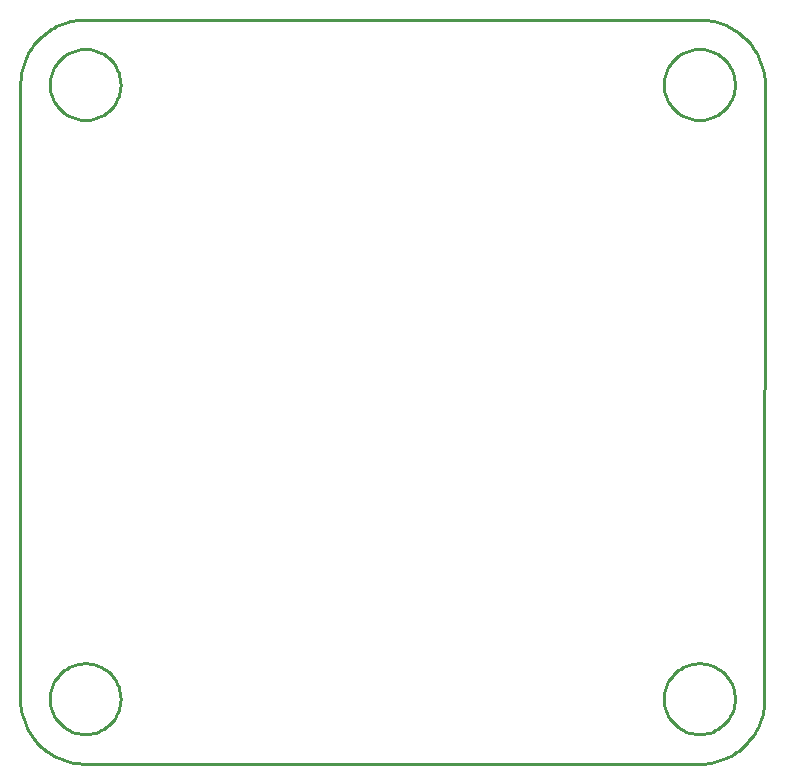
<source format=gm1>
G04*
G04 #@! TF.GenerationSoftware,Altium Limited,Altium Designer,22.5.1 (42)*
G04*
G04 Layer_Color=16711935*
%FSLAX44Y44*%
%MOMM*%
G71*
G04*
G04 #@! TF.SameCoordinates,548A175F-BCEF-4031-9993-F39C1D0A8298*
G04*
G04*
G04 #@! TF.FilePolarity,Positive*
G04*
G01*
G75*
%ADD13C,0.2540*%
D13*
X1324130Y782890D02*
X1324022Y785434D01*
X1323698Y787960D01*
X1323162Y790449D01*
X1322416Y792884D01*
X1321467Y795247D01*
X1320320Y797521D01*
X1318985Y799689D01*
X1317471Y801737D01*
X1315789Y803648D01*
X1313950Y805410D01*
X1311969Y807010D01*
X1309859Y808436D01*
X1307636Y809678D01*
X1305316Y810727D01*
X1302915Y811575D01*
X1300450Y812217D01*
X1297941Y812647D01*
X1295403Y812863D01*
X1292857D01*
X1290320Y812647D01*
X1287810Y812217D01*
X1285345Y811575D01*
X1282944Y810727D01*
X1280624Y809678D01*
X1278401Y808436D01*
X1276291Y807010D01*
X1274310Y805410D01*
X1272471Y803648D01*
X1270789Y801737D01*
X1269275Y799689D01*
X1267940Y797521D01*
X1266793Y795247D01*
X1265844Y792884D01*
X1265098Y790449D01*
X1264561Y787960D01*
X1264238Y785434D01*
X1264130Y782890D01*
X1264238Y780346D01*
X1264561Y777820D01*
X1265098Y775331D01*
X1265844Y772896D01*
X1266793Y770533D01*
X1267940Y768259D01*
X1269275Y766091D01*
X1270789Y764043D01*
X1272471Y762132D01*
X1274310Y760370D01*
X1276291Y758770D01*
X1278401Y757344D01*
X1280624Y756102D01*
X1282944Y755053D01*
X1285345Y754205D01*
X1287810Y753563D01*
X1290320Y753133D01*
X1292857Y752917D01*
X1295403D01*
X1297941Y753133D01*
X1300450Y753563D01*
X1302915Y754205D01*
X1305316Y755053D01*
X1307636Y756102D01*
X1309859Y757344D01*
X1311969Y758770D01*
X1313950Y760370D01*
X1315789Y762132D01*
X1317471Y764044D01*
X1318985Y766091D01*
X1320320Y768259D01*
X1321467Y770533D01*
X1322416Y772896D01*
X1323162Y775331D01*
X1323698Y777820D01*
X1324022Y780346D01*
X1324130Y782890D01*
X1349630Y782307D02*
X1349571Y784871D01*
X1349393Y787429D01*
X1349098Y789977D01*
X1348685Y792508D01*
X1348155Y795017D01*
X1347511Y797499D01*
X1346752Y799949D01*
X1345881Y802361D01*
X1344900Y804730D01*
X1343810Y807051D01*
X1342614Y809320D01*
X1341315Y811531D01*
X1339915Y813680D01*
X1338417Y815761D01*
X1336825Y817771D01*
X1335142Y819706D01*
X1333371Y821561D01*
X1331516Y823332D01*
X1329581Y825015D01*
X1327571Y826607D01*
X1325490Y828105D01*
X1323341Y829505D01*
X1321130Y830804D01*
X1318861Y832000D01*
X1316540Y833090D01*
X1314171Y834071D01*
X1311759Y834942D01*
X1309309Y835701D01*
X1306827Y836345D01*
X1304318Y836875D01*
X1301787Y837288D01*
X1299240Y837583D01*
X1296681Y837761D01*
X1294117Y837820D01*
X774241Y837887D02*
X771699Y837828D01*
X769163Y837652D01*
X766637Y837359D01*
X764127Y836950D01*
X761639Y836425D01*
X759178Y835786D01*
X756750Y835033D01*
X754358Y834170D01*
X752009Y833197D01*
X749707Y832116D01*
X747458Y830931D01*
X745266Y829643D01*
X743136Y828254D01*
X741072Y826769D01*
X739079Y825191D01*
X737160Y823522D01*
X735322Y821766D01*
X733566Y819927D01*
X731896Y818009D01*
X730318Y816015D01*
X728833Y813951D01*
X727445Y811821D01*
X726156Y809629D01*
X724971Y807380D01*
X723890Y805078D01*
X722917Y802729D01*
X722054Y800337D01*
X721302Y797909D01*
X720662Y795448D01*
X720138Y792960D01*
X719728Y790450D01*
X719435Y787924D01*
X719259Y785388D01*
X719200Y782846D01*
X719130Y262816D02*
X719189Y260277D01*
X719365Y257744D01*
X719657Y255222D01*
X720066Y252716D01*
X720590Y250232D01*
X721228Y247774D01*
X721979Y245349D01*
X722842Y242960D01*
X723813Y240615D01*
X724892Y238316D01*
X726076Y236070D01*
X727363Y233881D01*
X728749Y231754D01*
X730232Y229693D01*
X731808Y227702D01*
X733475Y225787D01*
X735229Y223950D01*
X737065Y222197D01*
X738980Y220530D01*
X740971Y218954D01*
X743032Y217471D01*
X745159Y216085D01*
X747348Y214798D01*
X749594Y213614D01*
X751893Y212535D01*
X754239Y211563D01*
X756627Y210701D01*
X759052Y209950D01*
X761510Y209312D01*
X763994Y208788D01*
X766500Y208379D01*
X769023Y208086D01*
X771555Y207911D01*
X774094Y207852D01*
X1294130Y207820D02*
X1296673Y207879D01*
X1299211Y208055D01*
X1301738Y208348D01*
X1304249Y208758D01*
X1306738Y209283D01*
X1309201Y209922D01*
X1311631Y210675D01*
X1314024Y211539D01*
X1316374Y212512D01*
X1318677Y213594D01*
X1320927Y214780D01*
X1323121Y216069D01*
X1325252Y217458D01*
X1327317Y218943D01*
X1329311Y220523D01*
X1331230Y222193D01*
X1333070Y223950D01*
X1334827Y225790D01*
X1336497Y227709D01*
X1338077Y229703D01*
X1339563Y231768D01*
X1340951Y233900D01*
X1342240Y236093D01*
X1343427Y238343D01*
X1344508Y240646D01*
X1345481Y242997D01*
X1346345Y245389D01*
X1347098Y247820D01*
X1347737Y250282D01*
X1348262Y252771D01*
X1348672Y255282D01*
X1348965Y257809D01*
X1349141Y260347D01*
X1349200Y262890D01*
X804130Y782890D02*
X804022Y785434D01*
X803699Y787960D01*
X803162Y790449D01*
X802416Y792884D01*
X801467Y795247D01*
X800320Y797521D01*
X798985Y799689D01*
X797471Y801737D01*
X795789Y803648D01*
X793950Y805410D01*
X791969Y807010D01*
X789859Y808436D01*
X787636Y809678D01*
X785316Y810727D01*
X782915Y811575D01*
X780450Y812217D01*
X777941Y812647D01*
X775403Y812863D01*
X772857D01*
X770320Y812647D01*
X767810Y812217D01*
X765345Y811575D01*
X762944Y810727D01*
X760624Y809678D01*
X758401Y808436D01*
X756291Y807010D01*
X754310Y805410D01*
X752471Y803648D01*
X750789Y801737D01*
X749275Y799689D01*
X747940Y797521D01*
X746793Y795247D01*
X745844Y792884D01*
X745098Y790449D01*
X744562Y787960D01*
X744238Y785434D01*
X744130Y782890D01*
X744238Y780346D01*
X744562Y777820D01*
X745098Y775331D01*
X745844Y772896D01*
X746793Y770533D01*
X747940Y768259D01*
X749275Y766091D01*
X750789Y764043D01*
X752471Y762132D01*
X754310Y760370D01*
X756291Y758770D01*
X758401Y757344D01*
X760624Y756102D01*
X762944Y755053D01*
X765345Y754205D01*
X767810Y753563D01*
X770320Y753133D01*
X772857Y752917D01*
X775403D01*
X777941Y753133D01*
X780451Y753563D01*
X782915Y754205D01*
X785316Y755053D01*
X787636Y756102D01*
X789859Y757344D01*
X791969Y758770D01*
X793950Y760370D01*
X795789Y762132D01*
X797471Y764044D01*
X798985Y766091D01*
X800321Y768259D01*
X801467Y770533D01*
X802416Y772896D01*
X803162Y775331D01*
X803699Y777820D01*
X804022Y780346D01*
X804130Y782890D01*
Y262890D02*
X804022Y265434D01*
X803699Y267960D01*
X803162Y270449D01*
X802416Y272884D01*
X801467Y275247D01*
X800320Y277521D01*
X798985Y279689D01*
X797471Y281737D01*
X795789Y283648D01*
X793950Y285410D01*
X791969Y287010D01*
X789859Y288436D01*
X787636Y289678D01*
X785316Y290727D01*
X782915Y291575D01*
X780450Y292217D01*
X777941Y292647D01*
X775403Y292863D01*
X772857D01*
X770320Y292647D01*
X767810Y292217D01*
X765345Y291575D01*
X762944Y290727D01*
X760624Y289678D01*
X758401Y288436D01*
X756291Y287010D01*
X754310Y285410D01*
X752471Y283648D01*
X750789Y281737D01*
X749275Y279689D01*
X747940Y277521D01*
X746793Y275247D01*
X745844Y272884D01*
X745098Y270449D01*
X744562Y267960D01*
X744238Y265434D01*
X744130Y262890D01*
X744238Y260346D01*
X744562Y257820D01*
X745098Y255331D01*
X745844Y252896D01*
X746793Y250533D01*
X747940Y248259D01*
X749275Y246091D01*
X750789Y244043D01*
X752471Y242132D01*
X754310Y240370D01*
X756291Y238770D01*
X758401Y237344D01*
X760624Y236102D01*
X762944Y235053D01*
X765345Y234205D01*
X767810Y233563D01*
X770320Y233133D01*
X772857Y232917D01*
X775403D01*
X777941Y233133D01*
X780451Y233563D01*
X782915Y234205D01*
X785316Y235053D01*
X787636Y236102D01*
X789859Y237344D01*
X791969Y238770D01*
X793950Y240370D01*
X795789Y242132D01*
X797471Y244044D01*
X798985Y246091D01*
X800321Y248259D01*
X801467Y250533D01*
X802416Y252896D01*
X803162Y255331D01*
X803699Y257820D01*
X804022Y260346D01*
X804130Y262890D01*
X1324130D02*
X1324022Y265434D01*
X1323698Y267960D01*
X1323162Y270449D01*
X1322416Y272884D01*
X1321467Y275247D01*
X1320320Y277521D01*
X1318985Y279689D01*
X1317471Y281737D01*
X1315789Y283648D01*
X1313950Y285410D01*
X1311969Y287010D01*
X1309859Y288436D01*
X1307636Y289678D01*
X1305316Y290727D01*
X1302915Y291575D01*
X1300450Y292217D01*
X1297941Y292647D01*
X1295403Y292863D01*
X1292857D01*
X1290320Y292647D01*
X1287810Y292217D01*
X1285345Y291575D01*
X1282944Y290727D01*
X1280624Y289678D01*
X1278401Y288436D01*
X1276291Y287010D01*
X1274310Y285410D01*
X1272471Y283648D01*
X1270789Y281737D01*
X1269275Y279689D01*
X1267940Y277521D01*
X1266793Y275247D01*
X1265844Y272884D01*
X1265098Y270449D01*
X1264561Y267960D01*
X1264238Y265434D01*
X1264130Y262890D01*
X1264238Y260346D01*
X1264561Y257820D01*
X1265098Y255331D01*
X1265844Y252896D01*
X1266793Y250533D01*
X1267940Y248259D01*
X1269275Y246091D01*
X1270789Y244043D01*
X1272471Y242132D01*
X1274310Y240370D01*
X1276291Y238770D01*
X1278401Y237344D01*
X1280624Y236102D01*
X1282944Y235053D01*
X1285345Y234205D01*
X1287810Y233563D01*
X1290320Y233133D01*
X1292857Y232917D01*
X1295403D01*
X1297941Y233133D01*
X1300450Y233563D01*
X1302915Y234205D01*
X1305316Y235053D01*
X1307636Y236102D01*
X1309859Y237344D01*
X1311969Y238770D01*
X1313950Y240370D01*
X1315789Y242132D01*
X1317471Y244044D01*
X1318985Y246091D01*
X1320320Y248259D01*
X1321467Y250533D01*
X1322416Y252896D01*
X1323162Y255331D01*
X1323698Y257820D01*
X1324022Y260346D01*
X1324130Y262890D01*
X1349130D02*
X1349630Y782307D01*
X774094Y207852D02*
X1294130Y207820D01*
X719130Y262816D02*
X719200Y782846D01*
X774241Y837887D02*
X1294117Y837820D01*
M02*

</source>
